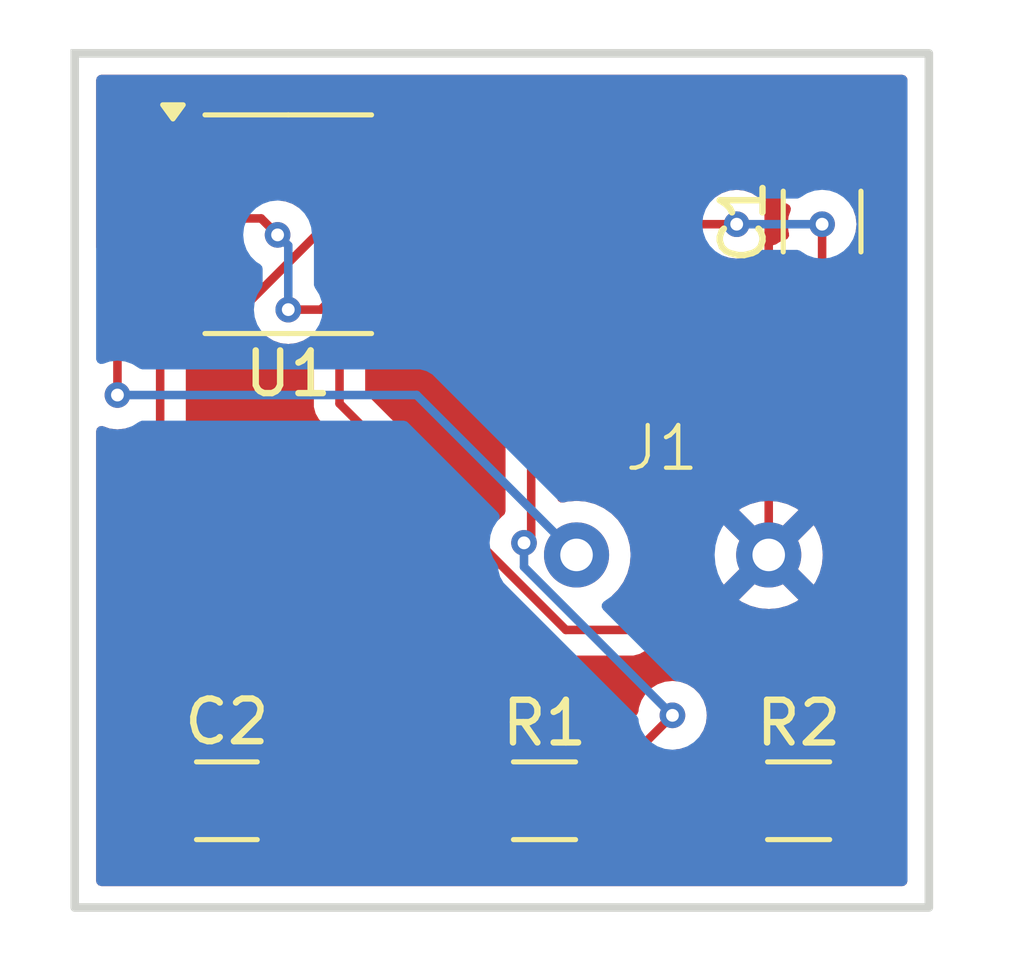
<source format=kicad_pcb>
(kicad_pcb (version 20240108) (generator "pcbnew") (generator_version "8.0")
  (layers (0 "F.Cu" signal) (31 "B.Cu" signal) (34 "B.Paste" user) (35 "F.Paste" user) (36 "B.SilkS" user "B.Silkscreen") (37 "F.SilkS" user "F.Silkscreen") (38 "B.Mask" user) (39 "F.Mask" user) (44 "Edge.Cuts" user))
  (net 0 "")
  (net 1 "GND")
  (net 2 "Net-(U1-THR)")
  (net 3 "5V")
  (net 4 "Net-(U1-DIS)")
  (net 6 "Net-(J1-Pin_1)")
  (footprint "Capacitor_SMD:C_1206_3216Metric_Pad1.33x1.80mm_HandSolder" (layer "F.Cu") (at 59.5625 72.5)
    (property "Reference" "C2" (at 0 -1.85 0) (layer "F.SilkS"))
    (property "Value" "0.01uF")
    (fp_line (start -0.711252 -0.91) (end 0.711252 -0.91) (stroke (width 0.12)) (layer "F.SilkS"))
    (fp_line (start -0.711252 0.91) (end 0.711252 0.91) (stroke (width 0.12)) (layer "F.SilkS"))
    (pad "1" smd roundrect (at -1.5625 0) (size 1.325 1.8) (layers "F.Cu" "F.Paste" "F.Mask") (roundrect_rratio 0.188679) (net 3 "5V"))
    (pad "2" smd roundrect (at 1.5625 0) (size 1.325 1.8) (layers "F.Cu" "F.Paste" "F.Mask") (roundrect_rratio 0.188679) (net 1 "GND"))
  )
  (footprint "Resistor_SMD:R_1206_3216Metric_Pad1.30x1.75mm_HandSolder" (layer "F.Cu") (at 72.95 72.5)
    (property "Reference" "R2" (at 0 -1.82 0) (layer "F.SilkS"))
    (property "Value" "1k")
    (fp_line (start -0.727064 -0.91) (end 0.727064 -0.91) (stroke (width 0.12)) (layer "F.SilkS"))
    (fp_line (start -0.727064 0.91) (end 0.727064 0.91) (stroke (width 0.12)) (layer "F.SilkS"))
    (pad "1" smd roundrect (at -1.55 0) (size 1.3 1.75) (layers "F.Cu" "F.Paste" "F.Mask") (roundrect_rratio 0.192308) (net 4 "Net-(U1-DIS)"))
    (pad "2" smd roundrect (at 1.55 0) (size 1.3 1.75) (layers "F.Cu" "F.Paste" "F.Mask") (roundrect_rratio 0.192308) (net 2 "Net-(U1-THR)"))
  )
  (footprint "chris_footprint:output connector" (layer "F.Cu") (at 69.75 64.744)
    (property "Reference" "J1" (at 0 -0.5 0) (layer "F.SilkS") (effects (font (thickness 0.1))))
    (property "Value" "Conn_01x02")
    (pad "1" thru_hole circle (at -2 2) (size 1.524 1.524) (drill 0.762) (layers "*.Cu" "*.Mask") (net 6 "Net-(J1-Pin_1)"))
    (pad "2" thru_hole circle (at 2.5 2) (size 1.524 1.524) (drill 0.762) (layers "*.Cu" "*.Mask") (net 1 "GND"))
  )
  (footprint "Package_SO:SOIC-8_3.9x4.9mm_P1.27mm" (layer "F.Cu") (at 61 59)
    (property "Reference" "U1" (at 0 3.5 0) (layer "F.SilkS"))
    (property "Value" "TLC555xD")
    (fp_line (start 0 -2.56) (end -1.95 -2.56) (stroke (width 0.12)) (layer "F.SilkS"))
    (fp_line (start 0 -2.56) (end 1.95 -2.56) (stroke (width 0.12)) (layer "F.SilkS"))
    (fp_line (start 0 2.56) (end -1.95 2.56) (stroke (width 0.12)) (layer "F.SilkS"))
    (fp_line (start 0 2.56) (end 1.95 2.56) (stroke (width 0.12)) (layer "F.SilkS"))
    (fp_poly (pts (xy -2.7 -2.465) (xy -2.94 -2.795) (xy -2.46 -2.795) (xy -2.7 -2.465)) (stroke (width 0.12)) (fill solid) (layer "F.SilkS"))
    (pad "1" smd roundrect (at -2.475 -1.905) (size 1.95 0.6) (layers "F.Cu" "F.Paste" "F.Mask") (net 1 "GND"))
    (pad "2" smd roundrect (at -2.475 -0.635) (size 1.95 0.6) (layers "F.Cu" "F.Paste" "F.Mask") (net 2 "Net-(U1-THR)"))
    (pad "3" smd roundrect (at -2.475 0.635) (size 1.95 0.6) (layers "F.Cu" "F.Paste" "F.Mask") (net 6 "Net-(J1-Pin_1)"))
    (pad "4" smd roundrect (at -2.475 1.905) (size 1.95 0.6) (layers "F.Cu" "F.Paste" "F.Mask") (net 3 "5V"))
    (pad "5" smd roundrect (at 2.475 1.905) (size 1.95 0.6) (layers "F.Cu" "F.Paste" "F.Mask"))
    (pad "6" smd roundrect (at 2.475 0.635) (size 1.95 0.6) (layers "F.Cu" "F.Paste" "F.Mask") (net 2 "Net-(U1-THR)"))
    (pad "7" smd roundrect (at 2.475 -0.635) (size 1.95 0.6) (layers "F.Cu" "F.Paste" "F.Mask") (net 4 "Net-(U1-DIS)"))
    (pad "8" smd roundrect (at 2.475 -1.905) (size 1.95 0.6) (layers "F.Cu" "F.Paste" "F.Mask") (net 3 "5V"))
  )
  (footprint "Resistor_SMD:R_1206_3216Metric_Pad1.30x1.75mm_HandSolder" (layer "F.Cu") (at 67 72.5)
    (property "Reference" "R1" (at 0 -1.82 0) (layer "F.SilkS"))
    (property "Value" "1k")
    (fp_line (start -0.727064 -0.91) (end 0.727064 -0.91) (stroke (width 0.12)) (layer "F.SilkS"))
    (fp_line (start -0.727064 0.91) (end 0.727064 0.91) (stroke (width 0.12)) (layer "F.SilkS"))
    (pad "1" smd roundrect (at -1.55 0) (size 1.3 1.75) (layers "F.Cu" "F.Paste" "F.Mask") (roundrect_rratio 0.192308) (net 3 "5V"))
    (pad "2" smd roundrect (at 1.55 0) (size 1.3 1.75) (layers "F.Cu" "F.Paste" "F.Mask") (roundrect_rratio 0.192308) (net 4 "Net-(U1-DIS)"))
  )
  (footprint "Capacitor_SMD:C_1206_3216Metric_Pad1.33x1.80mm_HandSolder" (layer "F.Cu") (at 73.5 58.9375 90)
    (property "Reference" "C1" (at 0 -1.85 90) (layer "F.SilkS"))
    (property "Value" "0.01uF")
    (fp_line (start -0.711252 -0.91) (end 0.711252 -0.91) (stroke (width 0.12)) (layer "F.SilkS"))
    (fp_line (start -0.711252 0.91) (end 0.711252 0.91) (stroke (width 0.12)) (layer "F.SilkS"))
    (pad "1" smd roundrect (at -1.5625 0 90) (size 1.325 1.8) (layers "F.Cu" "F.Paste" "F.Mask") (roundrect_rratio 0.188679) (net 2 "Net-(U1-THR)"))
    (pad "2" smd roundrect (at 1.5625 0 90) (size 1.325 1.8) (layers "F.Cu" "F.Paste" "F.Mask") (roundrect_rratio 0.188679) (net 1 "GND"))
  )
  (gr_rect (start 56 55) (end 76 75) (stroke (width 0.2)) (fill none) (layer "Edge.Cuts"))
  (segment (start 73.5 57.375) (end 72.62 56.495) (width 0.2) (layer "F.Cu") (net 1))
  (segment (start 59.125 56.495) (end 58.525 57.095) (width 0.2) (layer "F.Cu") (net 1))
  (segment (start 72.25 66.744) (end 72.25 58.625) (width 0.2) (layer "F.Cu") (net 1))
  (segment (start 72.25 58.625) (end 73.5 57.375) (width 0.2) (layer "F.Cu") (net 1))
  (segment (start 72.62 56.495) (end 59.125 56.495) (width 0.2) (layer "F.Cu") (net 1))
  (segment (start 66.084744 73.675) (end 67.5 72.259744) (width 0.2) (layer "F.Cu") (net 1))
  (segment (start 61.125 72.5) (end 62.3 73.675) (width 0.2) (layer "F.Cu") (net 1))
  (segment (start 62.3 73.675) (end 66.084744 73.675) (width 0.2) (layer "F.Cu") (net 1))
  (segment (start 67.5 72.259744) (end 67.5 71.494) (width 0.2) (layer "F.Cu") (net 1))
  (segment (start 67.5 71.494) (end 72.25 66.744) (width 0.2) (layer "F.Cu") (net 1))
  (segment (start 69 68.5) (end 67.5 68.5) (width 0.2) (layer "F.Cu") (net 2))
  (segment (start 60.75 59.25) (end 60.919933 59.419933) (width 0.2) (layer "F.Cu") (net 2))
  (segment (start 71.5 59) (end 70.5 59) (width 0.2) (layer "F.Cu") (net 2))
  (segment (start 74.5 61.5) (end 73.5 60.5) (width 0.2) (layer "F.Cu") (net 2))
  (segment (start 70.5 59) (end 70.5 67) (width 0.2) (layer "F.Cu") (net 2))
  (segment (start 63.129448 59.635) (end 63.475 59.635) (width 0.2) (layer "F.Cu") (net 2))
  (segment (start 70.5 67) (end 69 68.5) (width 0.2) (layer "F.Cu") (net 2))
  (segment (start 58.525 58.365) (end 59.499999 58.365) (width 0.2) (layer "F.Cu") (net 2))
  (segment (start 60.365001 58.865001) (end 60.75 59.25) (width 0.2) (layer "F.Cu") (net 2))
  (segment (start 60 58.865001) (end 60.365001 58.865001) (width 0.2) (layer "F.Cu") (net 2))
  (segment (start 61 61) (end 61.764448 61) (width 0.2) (layer "F.Cu") (net 2))
  (segment (start 67.5 68.5) (end 62.2 63.2) (width 0.2) (layer "F.Cu") (net 2))
  (segment (start 62.2 63.2) (end 62.2 60.564448) (width 0.2) (layer "F.Cu") (net 2))
  (segment (start 61.764448 61) (end 62.2 60.564448) (width 0.2) (layer "F.Cu") (net 2))
  (segment (start 74.5 72.5) (end 74.5 61.5) (width 0.2) (layer "F.Cu") (net 2))
  (segment (start 62.2 60.564448) (end 63.129448 59.635) (width 0.2) (layer "F.Cu") (net 2))
  (segment (start 59.499999 58.365) (end 60 58.865001) (width 0.2) (layer "F.Cu") (net 2))
  (segment (start 73.5 60.5) (end 73.5 59) (width 0.2) (layer "F.Cu") (net 2))
  (via (at 71.5 59) (size 0.6) (drill 0.3) (layers "F.Cu" "B.Cu") (net 2))
  (via (at 60.75 59.25) (size 0.6) (drill 0.3) (layers "F.Cu" "B.Cu") (net 2))
  (via (at 73.5 59) (size 0.6) (drill 0.3) (layers "F.Cu" "B.Cu") (net 2))
  (via (at 61 61) (size 0.6) (drill 0.3) (layers "F.Cu" "B.Cu") (net 2))
  (segment (start 61 59.5) (end 61 61) (width 0.2) (layer "B.Cu") (net 2))
  (segment (start 60.75 59.25) (end 61 59.5) (width 0.2) (layer "B.Cu") (net 2))
  (segment (start 73.5 59) (end 71.5 59) (width 0.2) (layer "B.Cu") (net 2))
  (segment (start 58 72.5) (end 58 61.43) (width 0.2) (layer "F.Cu") (net 3))
  (segment (start 64.25 71.3) (end 65.45 72.5) (width 0.2) (layer "F.Cu") (net 3))
  (segment (start 59.2 71.3) (end 64.25 71.3) (width 0.2) (layer "F.Cu") (net 3))
  (segment (start 62.2 57.395001) (end 62.500001 57.095) (width 0.2) (layer "F.Cu") (net 3))
  (segment (start 62.500001 57.095) (end 63.475 57.095) (width 0.2) (layer "F.Cu") (net 3))
  (segment (start 58 72.5) (end 59.2 71.3) (width 0.2) (layer "F.Cu") (net 3))
  (segment (start 58.525 60.905) (end 60.000552 60.905) (width 0.2) (layer "F.Cu") (net 3))
  (segment (start 60.000552 60.905) (end 62.2 58.705552) (width 0.2) (layer "F.Cu") (net 3))
  (segment (start 58 61.43) (end 58.525 60.905) (width 0.2) (layer "F.Cu") (net 3))
  (segment (start 62.2 58.705552) (end 62.2 57.395001) (width 0.2) (layer "F.Cu") (net 3))
  (segment (start 66.520043 66.461411) (end 66.688 66.293454) (width 0.2) (layer "F.Cu") (net 4))
  (segment (start 66.688 66.293454) (end 66.688 61.188) (width 0.2) (layer "F.Cu") (net 4))
  (segment (start 68.55 72.5) (end 71.4 72.5) (width 0.2) (layer "F.Cu") (net 4))
  (segment (start 68.55 72.5) (end 68.55 71.945895) (width 0.2) (layer "F.Cu") (net 4))
  (segment (start 66.688 61.188) (end 63.865 58.365) (width 0.2) (layer "F.Cu") (net 4))
  (segment (start 68.55 71.945895) (end 69.995895 70.5) (width 0.2) (layer "F.Cu") (net 4))
  (segment (start 63.865 58.365) (end 63.475 58.365) (width 0.2) (layer "F.Cu") (net 4))
  (via (at 69.995895 70.5) (size 0.6) (drill 0.3) (layers "F.Cu" "B.Cu") (net 4))
  (via (at 66.520043 66.461411) (size 0.6) (drill 0.3) (layers "F.Cu" "B.Cu") (net 4))
  (segment (start 66.520043 66.461411) (end 66.520043 67.024148) (width 0.2) (layer "B.Cu") (net 4))
  (segment (start 66.520043 67.024148) (end 69.995895 70.5) (width 0.2) (layer "B.Cu") (net 4))
  (segment (start 57.550001 59.635) (end 58.525 59.635) (width 0.2) (layer "F.Cu") (net 6))
  (segment (start 57 60.185001) (end 57.550001 59.635) (width 0.2) (layer "F.Cu") (net 6))
  (segment (start 57 63) (end 57 60.185001) (width 0.2) (layer "F.Cu") (net 6))
  (via (at 57 63) (size 0.6) (drill 0.3) (layers "F.Cu" "B.Cu") (net 6))
  (segment (start 57 63) (end 64.006 63) (width 0.2) (layer "B.Cu") (net 6))
  (segment (start 64.006 63) (end 67.75 66.744) (width 0.2) (layer "B.Cu") (net 6))
  (zone (net 1) (net_name "GND") (layers "F&B.Cu") (connect_pads (clearance 0.5)) (min_thickness 0.25) (fill yes (thermal_gap 0.5) (thermal_bridge_width 0.5) (island_removal_mode 1) (island_area_min 10))
    (polygon (pts (xy 54.5 54.5) (xy 54.25 75.75) (xy 78.25 76.5) (xy 77.5 53.75)))
  )
)
</source>
